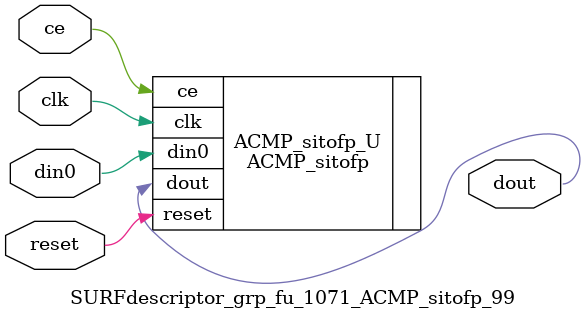
<source format=v>

`timescale 1 ns / 1 ps
module SURFdescriptor_grp_fu_1071_ACMP_sitofp_99(
    clk,
    reset,
    ce,
    din0,
    dout);

parameter ID = 32'd1;
parameter NUM_STAGE = 32'd1;
parameter din0_WIDTH = 32'd1;
parameter dout_WIDTH = 32'd1;
input clk;
input reset;
input ce;
input[din0_WIDTH - 1:0] din0;
output[dout_WIDTH - 1:0] dout;



ACMP_sitofp #(
.ID( ID ),
.NUM_STAGE( 4 ),
.din0_WIDTH( din0_WIDTH ),
.dout_WIDTH( dout_WIDTH ))
ACMP_sitofp_U(
    .clk( clk ),
    .reset( reset ),
    .ce( ce ),
    .din0( din0 ),
    .dout( dout ));

endmodule

</source>
